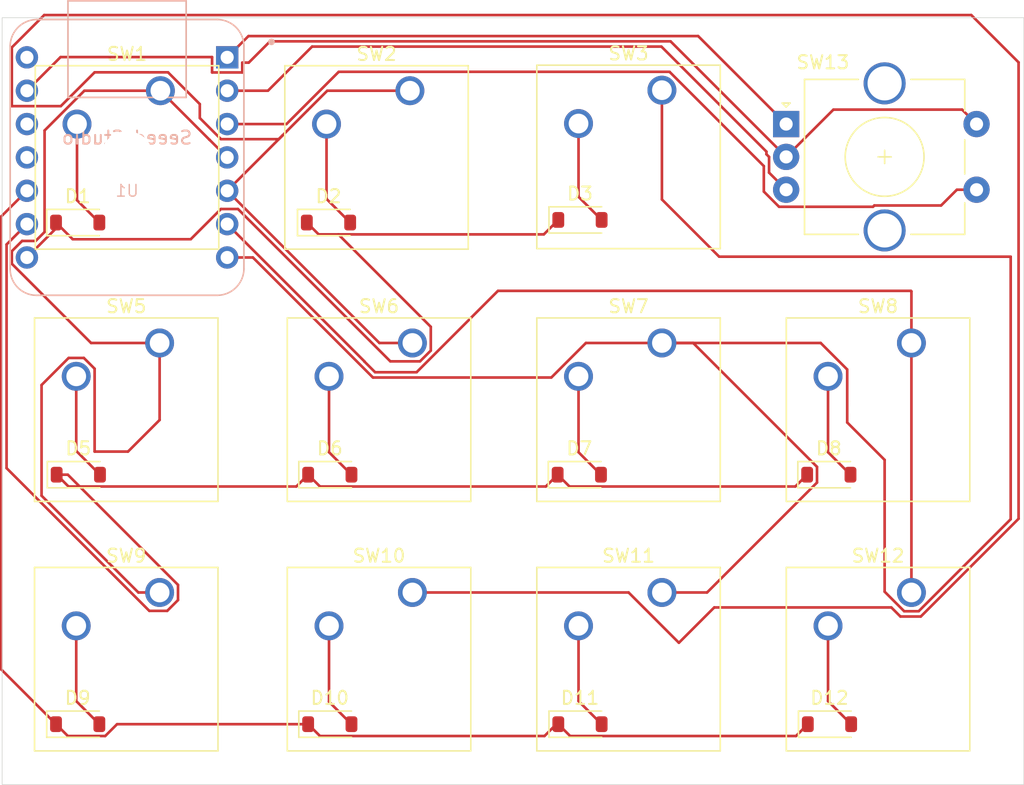
<source format=kicad_pcb>
(kicad_pcb (version 20240108) (generator "pcbnew") (generator_version "8.0")
  (layers (0 "F.Cu" signal) (31 "B.Cu" signal) (34 "B.Paste" user) (35 "F.Paste" user) (36 "B.SilkS" user "B.Silkscreen") (37 "F.SilkS" user "F.Silkscreen") (38 "B.Mask" user) (39 "F.Mask" user) (44 "Edge.Cuts" user))
  (net 0 "")
  (net 1 "Net-(D1-A)")
  (net 2 "ROW 0")
  (net 3 "Net-(D2-A)")
  (net 4 "ROW 1")
  (net 5 "ROW 2")
  (net 6 "Net-(D11-A)")
  (net 7 "Net-(D12-A)")
  (net 10 "Net-(D3-A)")
  (net 11 "Net-(D5-A)")
  (net 12 "Net-(D6-A)")
  (net 13 "Net-(D7-A)")
  (net 14 "Net-(D8-A)")
  (net 15 "Net-(D9-A)")
  (net 16 "Net-(D10-A)")
  (net 17 "COL 0")
  (net 18 "COL 1")
  (net 19 "COL 2")
  (net 20 "COL 3")
  (net 21 "ROT B")
  (net 22 "GND")
  (net 23 "BTN")
  (net 24 "ROT A")
  (footprint "Diode_SMD:D_SOD-123" (layer "F.Cu") (at 57.55 54)
    (property "Reference" "D1" (at 0 -2 0) (layer "F.SilkS"))
    (property "Value" "D_Small")
    (fp_line (start -2.36 -1) (end -2.36 1) (stroke (width 0.12)) (layer "F.SilkS"))
    (fp_line (start -2.36 -1) (end 1.65 -1) (stroke (width 0.12)) (layer "F.SilkS"))
    (fp_line (start -2.36 1) (end 1.65 1) (stroke (width 0.12)) (layer "F.SilkS"))
    (pad "1" smd roundrect (at -1.65 0) (size 0.9 1.2) (layers "F.Cu" "F.Paste" "F.Mask") (net 2 "ROW 0"))
    (pad "2" smd roundrect (at 1.65 0) (size 0.9 1.2) (layers "F.Cu" "F.Paste" "F.Mask") (net 1 "Net-(D1-A)"))
  )
  (footprint "Diode_SMD:D_SOD-123" (layer "F.Cu") (at 95.8 92.2)
    (property "Reference" "D11" (at 0 -2 0) (layer "F.SilkS"))
    (property "Value" "D_Small")
    (fp_line (start -2.36 -1) (end -2.36 1) (stroke (width 0.12)) (layer "F.SilkS"))
    (fp_line (start -2.36 -1) (end 1.65 -1) (stroke (width 0.12)) (layer "F.SilkS"))
    (fp_line (start -2.36 1) (end 1.65 1) (stroke (width 0.12)) (layer "F.SilkS"))
    (pad "1" smd roundrect (at -1.65 0) (size 0.9 1.2) (layers "F.Cu" "F.Paste" "F.Mask") (net 5 "ROW 2"))
    (pad "2" smd roundrect (at 1.65 0) (size 0.9 1.2) (layers "F.Cu" "F.Paste" "F.Mask") (net 6 "Net-(D11-A)"))
  )
  (footprint "Rotary_Encoder:RotaryEncoder_Alps_EC11E-Switch_Vertical_H20mm_CircularMountingHoles" (layer "F.Cu") (at 111.5 46.5)
    (property "Reference" "SW13" (at 2.8 -4.7 0) (layer "F.SilkS"))
    (property "Value" "RotaryEncoder_Switch")
    (fp_line (start -0.3 -1.6) (end 0.3 -1.6) (stroke (width 0.12)) (layer "F.SilkS"))
    (fp_line (start 0 -1.3) (end -0.3 -1.6) (stroke (width 0.12)) (layer "F.SilkS"))
    (fp_line (start 0.3 -1.6) (end 0 -1.3) (stroke (width 0.12)) (layer "F.SilkS"))
    (fp_line (start 1.4 -3.4) (end 1.4 8.4) (stroke (width 0.12)) (layer "F.SilkS"))
    (fp_line (start 5.5 -3.4) (end 1.4 -3.4) (stroke (width 0.12)) (layer "F.SilkS"))
    (fp_line (start 5.5 8.4) (end 1.4 8.4) (stroke (width 0.12)) (layer "F.SilkS"))
    (fp_line (start 7 2.5) (end 8 2.5) (stroke (width 0.12)) (layer "F.SilkS"))
    (fp_line (start 7.5 2) (end 7.5 3) (stroke (width 0.12)) (layer "F.SilkS"))
    (fp_line (start 9.5 -3.4) (end 13.6 -3.4) (stroke (width 0.12)) (layer "F.SilkS"))
    (fp_line (start 13.6 -3.4) (end 13.6 -1) (stroke (width 0.12)) (layer "F.SilkS"))
    (fp_line (start 13.6 1.2) (end 13.6 3.8) (stroke (width 0.12)) (layer "F.SilkS"))
    (fp_line (start 13.6 6) (end 13.6 8.4) (stroke (width 0.12)) (layer "F.SilkS"))
    (fp_line (start 13.6 8.4) (end 9.5 8.4) (stroke (width 0.12)) (layer "F.SilkS"))
    (fp_circle (center 7.5 2.5) (end 10.5 2.5) (stroke (width 0.12)) (fill none) (layer "F.SilkS"))
    (pad "A" thru_hole rect (at 0 0) (size 2 2) (drill 1) (layers "*.Cu" "*.Mask") (net 24 "ROT A"))
    (pad "B" thru_hole circle (at 0 5) (size 2 2) (drill 1) (layers "*.Cu" "*.Mask") (net 21 "ROT B"))
    (pad "C" thru_hole circle (at 0 2.5) (size 2 2) (drill 1) (layers "*.Cu" "*.Mask") (net 22 "GND"))
    (pad "MP" thru_hole circle (at 7.5 -3.1) (size 3.2 3.2) (drill 2.6) (layers "*.Cu" "*.Mask"))
    (pad "MP" thru_hole circle (at 7.5 8.1) (size 3.2 3.2) (drill 2.6) (layers "*.Cu" "*.Mask"))
    (pad "S1" thru_hole circle (at 14.5 5) (size 2 2) (drill 1) (layers "*.Cu" "*.Mask") (net 23 "BTN"))
    (pad "S2" thru_hole circle (at 14.5 0) (size 2 2) (drill 1) (layers "*.Cu" "*.Mask") (net 22 "GND"))
  )
  (footprint "Button_Switch_Keyboard:SW_Cherry_MX_1.00u_PCB" (layer "F.Cu") (at 121.04 82.17)
    (property "Reference" "SW12" (at -2.54 -2.794 0) (layer "F.SilkS"))
    (property "Value" "SW_Push_45deg")
    (fp_line (start -9.525 -1.905) (end 4.445 -1.905) (stroke (width 0.12)) (layer "F.SilkS"))
    (fp_line (start -9.525 12.065) (end -9.525 -1.905) (stroke (width 0.12)) (layer "F.SilkS"))
    (fp_line (start 4.445 -1.905) (end 4.445 12.065) (stroke (width 0.12)) (layer "F.SilkS"))
    (fp_line (start 4.445 12.065) (end -9.525 12.065) (stroke (width 0.12)) (layer "F.SilkS"))
    (pad "" np_thru_hole circle (at -7.62 5.08) (size 1.7 1.7) (drill 1.7) (layers "*.Cu" "*.Mask"))
    (pad "" np_thru_hole circle (at -2.54 5.08) (size 4 4) (drill 4) (layers "*.Cu" "*.Mask"))
    (pad "" np_thru_hole circle (at 2.54 5.08) (size 1.7 1.7) (drill 1.7) (layers "*.Cu" "*.Mask"))
    (pad "1" thru_hole circle (at 0 0) (size 2.2 2.2) (drill 1.5) (layers "*.Cu" "*.Mask") (net 20 "COL 3"))
    (pad "2" thru_hole circle (at -6.35 2.54) (size 2.2 2.2) (drill 1.5) (layers "*.Cu" "*.Mask") (net 7 "Net-(D12-A)"))
  )
  (footprint "Diode_SMD:D_SOD-123" (layer "F.Cu") (at 76.65 54)
    (property "Reference" "D2" (at 0 -2 0) (layer "F.SilkS"))
    (property "Value" "D_Small")
    (fp_line (start -2.36 -1) (end -2.36 1) (stroke (width 0.12)) (layer "F.SilkS"))
    (fp_line (start -2.36 -1) (end 1.65 -1) (stroke (width 0.12)) (layer "F.SilkS"))
    (fp_line (start -2.36 1) (end 1.65 1) (stroke (width 0.12)) (layer "F.SilkS"))
    (pad "1" smd roundrect (at -1.65 0) (size 0.9 1.2) (layers "F.Cu" "F.Paste" "F.Mask") (net 2 "ROW 0"))
    (pad "2" smd roundrect (at 1.65 0) (size 0.9 1.2) (layers "F.Cu" "F.Paste" "F.Mask") (net 3 "Net-(D2-A)"))
  )
  (footprint "Diode_SMD:D_SOD-123" (layer "F.Cu") (at 76.75 73.2)
    (property "Reference" "D6" (at 0 -2 0) (layer "F.SilkS"))
    (property "Value" "D_Small")
    (fp_line (start -2.36 -1) (end -2.36 1) (stroke (width 0.12)) (layer "F.SilkS"))
    (fp_line (start -2.36 -1) (end 1.65 -1) (stroke (width 0.12)) (layer "F.SilkS"))
    (fp_line (start -2.36 1) (end 1.65 1) (stroke (width 0.12)) (layer "F.SilkS"))
    (pad "1" smd roundrect (at -1.65 0) (size 0.9 1.2) (layers "F.Cu" "F.Paste" "F.Mask") (net 4 "ROW 1"))
    (pad "2" smd roundrect (at 1.65 0) (size 0.9 1.2) (layers "F.Cu" "F.Paste" "F.Mask") (net 12 "Net-(D6-A)"))
  )
  (footprint "Button_Switch_Keyboard:SW_Cherry_MX_1.00u_PCB" (layer "F.Cu") (at 82.85 43.96)
    (property "Reference" "SW2" (at -2.54 -2.794 0) (layer "F.SilkS"))
    (property "Value" "SW_Push_45deg")
    (fp_line (start -9.525 -1.905) (end 4.445 -1.905) (stroke (width 0.12)) (layer "F.SilkS"))
    (fp_line (start -9.525 12.065) (end -9.525 -1.905) (stroke (width 0.12)) (layer "F.SilkS"))
    (fp_line (start 4.445 -1.905) (end 4.445 12.065) (stroke (width 0.12)) (layer "F.SilkS"))
    (fp_line (start 4.445 12.065) (end -9.525 12.065) (stroke (width 0.12)) (layer "F.SilkS"))
    (pad "" np_thru_hole circle (at -7.62 5.08) (size 1.7 1.7) (drill 1.7) (layers "*.Cu" "*.Mask"))
    (pad "" np_thru_hole circle (at -2.54 5.08) (size 4 4) (drill 4) (layers "*.Cu" "*.Mask"))
    (pad "" np_thru_hole circle (at 2.54 5.08) (size 1.7 1.7) (drill 1.7) (layers "*.Cu" "*.Mask"))
    (pad "1" thru_hole circle (at 0 0) (size 2.2 2.2) (drill 1.5) (layers "*.Cu" "*.Mask") (net 18 "COL 1"))
    (pad "2" thru_hole circle (at -6.35 2.54) (size 2.2 2.2) (drill 1.5) (layers "*.Cu" "*.Mask") (net 3 "Net-(D2-A)"))
  )
  (footprint "Diode_SMD:D_SOD-123" (layer "F.Cu") (at 76.75 92.2)
    (property "Reference" "D10" (at 0 -2 0) (layer "F.SilkS"))
    (property "Value" "D_Small")
    (fp_line (start -2.36 -1) (end -2.36 1) (stroke (width 0.12)) (layer "F.SilkS"))
    (fp_line (start -2.36 -1) (end 1.65 -1) (stroke (width 0.12)) (layer "F.SilkS"))
    (fp_line (start -2.36 1) (end 1.65 1) (stroke (width 0.12)) (layer "F.SilkS"))
    (pad "1" smd roundrect (at -1.65 0) (size 0.9 1.2) (layers "F.Cu" "F.Paste" "F.Mask") (net 5 "ROW 2"))
    (pad "2" smd roundrect (at 1.65 0) (size 0.9 1.2) (layers "F.Cu" "F.Paste" "F.Mask") (net 16 "Net-(D10-A)"))
  )
  (footprint "Button_Switch_Keyboard:SW_Cherry_MX_1.00u_PCB" (layer "F.Cu") (at 83.04 82.17)
    (property "Reference" "SW10" (at -2.54 -2.794 0) (layer "F.SilkS"))
    (property "Value" "SW_Push_45deg")
    (fp_line (start -9.525 -1.905) (end 4.445 -1.905) (stroke (width 0.12)) (layer "F.SilkS"))
    (fp_line (start -9.525 12.065) (end -9.525 -1.905) (stroke (width 0.12)) (layer "F.SilkS"))
    (fp_line (start 4.445 -1.905) (end 4.445 12.065) (stroke (width 0.12)) (layer "F.SilkS"))
    (fp_line (start 4.445 12.065) (end -9.525 12.065) (stroke (width 0.12)) (layer "F.SilkS"))
    (pad "" np_thru_hole circle (at -7.62 5.08) (size 1.7 1.7) (drill 1.7) (layers "*.Cu" "*.Mask"))
    (pad "" np_thru_hole circle (at -2.54 5.08) (size 4 4) (drill 4) (layers "*.Cu" "*.Mask"))
    (pad "" np_thru_hole circle (at 2.54 5.08) (size 1.7 1.7) (drill 1.7) (layers "*.Cu" "*.Mask"))
    (pad "1" thru_hole circle (at 0 0) (size 2.2 2.2) (drill 1.5) (layers "*.Cu" "*.Mask") (net 18 "COL 1"))
    (pad "2" thru_hole circle (at -6.35 2.54) (size 2.2 2.2) (drill 1.5) (layers "*.Cu" "*.Mask") (net 16 "Net-(D10-A)"))
  )
  (footprint "Diode_SMD:D_SOD-123" (layer "F.Cu") (at 95.8 53.8)
    (property "Reference" "D3" (at 0 -2 0) (layer "F.SilkS"))
    (property "Value" "D_Small")
    (fp_line (start -2.36 -1) (end -2.36 1) (stroke (width 0.12)) (layer "F.SilkS"))
    (fp_line (start -2.36 -1) (end 1.65 -1) (stroke (width 0.12)) (layer "F.SilkS"))
    (fp_line (start -2.36 1) (end 1.65 1) (stroke (width 0.12)) (layer "F.SilkS"))
    (pad "1" smd roundrect (at -1.65 0) (size 0.9 1.2) (layers "F.Cu" "F.Paste" "F.Mask") (net 2 "ROW 0"))
    (pad "2" smd roundrect (at 1.65 0) (size 0.9 1.2) (layers "F.Cu" "F.Paste" "F.Mask") (net 10 "Net-(D3-A)"))
  )
  (footprint "Diode_SMD:D_SOD-123" (layer "F.Cu") (at 57.6 73.2)
    (property "Reference" "D5" (at 0 -2 0) (layer "F.SilkS"))
    (property "Value" "D_Small")
    (fp_line (start -2.36 -1) (end -2.36 1) (stroke (width 0.12)) (layer "F.SilkS"))
    (fp_line (start -2.36 -1) (end 1.65 -1) (stroke (width 0.12)) (layer "F.SilkS"))
    (fp_line (start -2.36 1) (end 1.65 1) (stroke (width 0.12)) (layer "F.SilkS"))
    (pad "1" smd roundrect (at -1.65 0) (size 0.9 1.2) (layers "F.Cu" "F.Paste" "F.Mask") (net 4 "ROW 1"))
    (pad "2" smd roundrect (at 1.65 0) (size 0.9 1.2) (layers "F.Cu" "F.Paste" "F.Mask") (net 11 "Net-(D5-A)"))
  )
  (footprint "Button_Switch_Keyboard:SW_Cherry_MX_1.00u_PCB" (layer "F.Cu") (at 83.04 63.17)
    (property "Reference" "SW6" (at -2.54 -2.794 0) (layer "F.SilkS"))
    (property "Value" "SW_Push_45deg")
    (fp_line (start -9.525 -1.905) (end 4.445 -1.905) (stroke (width 0.12)) (layer "F.SilkS"))
    (fp_line (start -9.525 12.065) (end -9.525 -1.905) (stroke (width 0.12)) (layer "F.SilkS"))
    (fp_line (start 4.445 -1.905) (end 4.445 12.065) (stroke (width 0.12)) (layer "F.SilkS"))
    (fp_line (start 4.445 12.065) (end -9.525 12.065) (stroke (width 0.12)) (layer "F.SilkS"))
    (pad "" np_thru_hole circle (at -7.62 5.08) (size 1.7 1.7) (drill 1.7) (layers "*.Cu" "*.Mask"))
    (pad "" np_thru_hole circle (at -2.54 5.08) (size 4 4) (drill 4) (layers "*.Cu" "*.Mask"))
    (pad "" np_thru_hole circle (at 2.54 5.08) (size 1.7 1.7) (drill 1.7) (layers "*.Cu" "*.Mask"))
    (pad "1" thru_hole circle (at 0 0) (size 2.2 2.2) (drill 1.5) (layers "*.Cu" "*.Mask") (net 18 "COL 1"))
    (pad "2" thru_hole circle (at -6.35 2.54) (size 2.2 2.2) (drill 1.5) (layers "*.Cu" "*.Mask") (net 12 "Net-(D6-A)"))
  )
  (footprint "Button_Switch_Keyboard:SW_Cherry_MX_1.00u_PCB" (layer "F.Cu") (at 102.04 63.17)
    (property "Reference" "SW7" (at -2.54 -2.794 0) (layer "F.SilkS"))
    (property "Value" "SW_Push_45deg")
    (fp_line (start -9.525 -1.905) (end 4.445 -1.905) (stroke (width 0.12)) (layer "F.SilkS"))
    (fp_line (start -9.525 12.065) (end -9.525 -1.905) (stroke (width 0.12)) (layer "F.SilkS"))
    (fp_line (start 4.445 -1.905) (end 4.445 12.065) (stroke (width 0.12)) (layer "F.SilkS"))
    (fp_line (start 4.445 12.065) (end -9.525 12.065) (stroke (width 0.12)) (layer "F.SilkS"))
    (pad "" np_thru_hole circle (at -7.62 5.08) (size 1.7 1.7) (drill 1.7) (layers "*.Cu" "*.Mask"))
    (pad "" np_thru_hole circle (at -2.54 5.08) (size 4 4) (drill 4) (layers "*.Cu" "*.Mask"))
    (pad "" np_thru_hole circle (at 2.54 5.08) (size 1.7 1.7) (drill 1.7) (layers "*.Cu" "*.Mask"))
    (pad "1" thru_hole circle (at 0 0) (size 2.2 2.2) (drill 1.5) (layers "*.Cu" "*.Mask") (net 19 "COL 2"))
    (pad "2" thru_hole circle (at -6.35 2.54) (size 2.2 2.2) (drill 1.5) (layers "*.Cu" "*.Mask") (net 13 "Net-(D7-A)"))
  )
  (footprint "Button_Switch_Keyboard:SW_Cherry_MX_1.00u_PCB" (layer "F.Cu") (at 121.04 63.17)
    (property "Reference" "SW8" (at -2.54 -2.794 0) (layer "F.SilkS"))
    (property "Value" "SW_Push_45deg")
    (fp_line (start -9.525 -1.905) (end 4.445 -1.905) (stroke (width 0.12)) (layer "F.SilkS"))
    (fp_line (start -9.525 12.065) (end -9.525 -1.905) (stroke (width 0.12)) (layer "F.SilkS"))
    (fp_line (start 4.445 -1.905) (end 4.445 12.065) (stroke (width 0.12)) (layer "F.SilkS"))
    (fp_line (start 4.445 12.065) (end -9.525 12.065) (stroke (width 0.12)) (layer "F.SilkS"))
    (pad "" np_thru_hole circle (at -7.62 5.08) (size 1.7 1.7) (drill 1.7) (layers "*.Cu" "*.Mask"))
    (pad "" np_thru_hole circle (at -2.54 5.08) (size 4 4) (drill 4) (layers "*.Cu" "*.Mask"))
    (pad "" np_thru_hole circle (at 2.54 5.08) (size 1.7 1.7) (drill 1.7) (layers "*.Cu" "*.Mask"))
    (pad "1" thru_hole circle (at 0 0) (size 2.2 2.2) (drill 1.5) (layers "*.Cu" "*.Mask") (net 20 "COL 3"))
    (pad "2" thru_hole circle (at -6.35 2.54) (size 2.2 2.2) (drill 1.5) (layers "*.Cu" "*.Mask") (net 14 "Net-(D8-A)"))
  )
  (footprint "Button_Switch_Keyboard:SW_Cherry_MX_1.00u_PCB" (layer "F.Cu") (at 102.04 82.17)
    (property "Reference" "SW11" (at -2.54 -2.794 0) (layer "F.SilkS"))
    (property "Value" "SW_Push_45deg")
    (fp_line (start -9.525 -1.905) (end 4.445 -1.905) (stroke (width 0.12)) (layer "F.SilkS"))
    (fp_line (start -9.525 12.065) (end -9.525 -1.905) (stroke (width 0.12)) (layer "F.SilkS"))
    (fp_line (start 4.445 -1.905) (end 4.445 12.065) (stroke (width 0.12)) (layer "F.SilkS"))
    (fp_line (start 4.445 12.065) (end -9.525 12.065) (stroke (width 0.12)) (layer "F.SilkS"))
    (pad "" np_thru_hole circle (at -7.62 5.08) (size 1.7 1.7) (drill 1.7) (layers "*.Cu" "*.Mask"))
    (pad "" np_thru_hole circle (at -2.54 5.08) (size 4 4) (drill 4) (layers "*.Cu" "*.Mask"))
    (pad "" np_thru_hole circle (at 2.54 5.08) (size 1.7 1.7) (drill 1.7) (layers "*.Cu" "*.Mask"))
    (pad "1" thru_hole circle (at 0 0) (size 2.2 2.2) (drill 1.5) (layers "*.Cu" "*.Mask") (net 19 "COL 2"))
    (pad "2" thru_hole circle (at -6.35 2.54) (size 2.2 2.2) (drill 1.5) (layers "*.Cu" "*.Mask") (net 6 "Net-(D11-A)"))
  )
  (footprint "Diode_SMD:D_SOD-123" (layer "F.Cu") (at 114.75 73.2)
    (property "Reference" "D8" (at 0 -2 0) (layer "F.SilkS"))
    (property "Value" "D_Small")
    (fp_line (start -2.36 -1) (end -2.36 1) (stroke (width 0.12)) (layer "F.SilkS"))
    (fp_line (start -2.36 -1) (end 1.65 -1) (stroke (width 0.12)) (layer "F.SilkS"))
    (fp_line (start -2.36 1) (end 1.65 1) (stroke (width 0.12)) (layer "F.SilkS"))
    (pad "1" smd roundrect (at -1.65 0) (size 0.9 1.2) (layers "F.Cu" "F.Paste" "F.Mask") (net 4 "ROW 1"))
    (pad "2" smd roundrect (at 1.65 0) (size 0.9 1.2) (layers "F.Cu" "F.Paste" "F.Mask") (net 14 "Net-(D8-A)"))
  )
  (footprint "Button_Switch_Keyboard:SW_Cherry_MX_1.00u_PCB" (layer "F.Cu") (at 102.04 43.92)
    (property "Reference" "SW3" (at -2.54 -2.794 0) (layer "F.SilkS"))
    (property "Value" "SW_Push_45deg")
    (fp_line (start -9.525 -1.905) (end 4.445 -1.905) (stroke (width 0.12)) (layer "F.SilkS"))
    (fp_line (start -9.525 12.065) (end -9.525 -1.905) (stroke (width 0.12)) (layer "F.SilkS"))
    (fp_line (start 4.445 -1.905) (end 4.445 12.065) (stroke (width 0.12)) (layer "F.SilkS"))
    (fp_line (start 4.445 12.065) (end -9.525 12.065) (stroke (width 0.12)) (layer "F.SilkS"))
    (pad "" np_thru_hole circle (at -7.62 5.08) (size 1.7 1.7) (drill 1.7) (layers "*.Cu" "*.Mask"))
    (pad "" np_thru_hole circle (at -2.54 5.08) (size 4 4) (drill 4) (layers "*.Cu" "*.Mask"))
    (pad "" np_thru_hole circle (at 2.54 5.08) (size 1.7 1.7) (drill 1.7) (layers "*.Cu" "*.Mask"))
    (pad "1" thru_hole circle (at 0 0) (size 2.2 2.2) (drill 1.5) (layers "*.Cu" "*.Mask") (net 19 "COL 2"))
    (pad "2" thru_hole circle (at -6.35 2.54) (size 2.2 2.2) (drill 1.5) (layers "*.Cu" "*.Mask") (net 10 "Net-(D3-A)"))
  )
  (footprint "Button_Switch_Keyboard:SW_Cherry_MX_1.00u_PCB" (layer "F.Cu") (at 63.85 43.96)
    (property "Reference" "SW1" (at -2.54 -2.794 0) (layer "F.SilkS"))
    (property "Value" "SW_Push_45deg")
    (fp_line (start -9.525 -1.905) (end 4.445 -1.905) (stroke (width 0.12)) (layer "F.SilkS"))
    (fp_line (start -9.525 12.065) (end -9.525 -1.905) (stroke (width 0.12)) (layer "F.SilkS"))
    (fp_line (start 4.445 -1.905) (end 4.445 12.065) (stroke (width 0.12)) (layer "F.SilkS"))
    (fp_line (start 4.445 12.065) (end -9.525 12.065) (stroke (width 0.12)) (layer "F.SilkS"))
    (pad "" np_thru_hole circle (at -7.62 5.08) (size 1.7 1.7) (drill 1.7) (layers "*.Cu" "*.Mask"))
    (pad "" np_thru_hole circle (at -2.54 5.08) (size 4 4) (drill 4) (layers "*.Cu" "*.Mask"))
    (pad "" np_thru_hole circle (at 2.54 5.08) (size 1.7 1.7) (drill 1.7) (layers "*.Cu" "*.Mask"))
    (pad "1" thru_hole circle (at 0 0) (size 2.2 2.2) (drill 1.5) (layers "*.Cu" "*.Mask") (net 17 "COL 0"))
    (pad "2" thru_hole circle (at -6.35 2.54) (size 2.2 2.2) (drill 1.5) (layers "*.Cu" "*.Mask") (net 1 "Net-(D1-A)"))
  )
  (footprint "Diode_SMD:D_SOD-123" (layer "F.Cu") (at 57.55 92.2)
    (property "Reference" "D9" (at 0 -2 0) (layer "F.SilkS"))
    (property "Value" "D_Small")
    (fp_line (start -2.36 -1) (end -2.36 1) (stroke (width 0.12)) (layer "F.SilkS"))
    (fp_line (start -2.36 -1) (end 1.65 -1) (stroke (width 0.12)) (layer "F.SilkS"))
    (fp_line (start -2.36 1) (end 1.65 1) (stroke (width 0.12)) (layer "F.SilkS"))
    (pad "1" smd roundrect (at -1.65 0) (size 0.9 1.2) (layers "F.Cu" "F.Paste" "F.Mask") (net 5 "ROW 2"))
    (pad "2" smd roundrect (at 1.65 0) (size 0.9 1.2) (layers "F.Cu" "F.Paste" "F.Mask") (net 15 "Net-(D9-A)"))
  )
  (footprint "Diode_SMD:D_SOD-123" (layer "F.Cu") (at 95.75 73.2)
    (property "Reference" "D7" (at 0 -2 0) (layer "F.SilkS"))
    (property "Value" "D_Small")
    (fp_line (start -2.36 -1) (end -2.36 1) (stroke (width 0.12)) (layer "F.SilkS"))
    (fp_line (start -2.36 -1) (end 1.65 -1) (stroke (width 0.12)) (layer "F.SilkS"))
    (fp_line (start -2.36 1) (end 1.65 1) (stroke (width 0.12)) (layer "F.SilkS"))
    (pad "1" smd roundrect (at -1.65 0) (size 0.9 1.2) (layers "F.Cu" "F.Paste" "F.Mask") (net 4 "ROW 1"))
    (pad "2" smd roundrect (at 1.65 0) (size 0.9 1.2) (layers "F.Cu" "F.Paste" "F.Mask") (net 13 "Net-(D7-A)"))
  )
  (footprint "Button_Switch_Keyboard:SW_Cherry_MX_1.00u_PCB" (layer "F.Cu") (at 63.79 82.17)
    (property "Reference" "SW9" (at -2.54 -2.794 0) (layer "F.SilkS"))
    (property "Value" "SW_Push_45deg")
    (fp_line (start -9.525 -1.905) (end 4.445 -1.905) (stroke (width 0.12)) (layer "F.SilkS"))
    (fp_line (start -9.525 12.065) (end -9.525 -1.905) (stroke (width 0.12)) (layer "F.SilkS"))
    (fp_line (start 4.445 -1.905) (end 4.445 12.065) (stroke (width 0.12)) (layer "F.SilkS"))
    (fp_line (start 4.445 12.065) (end -9.525 12.065) (stroke (width 0.12)) (layer "F.SilkS"))
    (pad "" np_thru_hole circle (at -7.62 5.08) (size 1.7 1.7) (drill 1.7) (layers "*.Cu" "*.Mask"))
    (pad "" np_thru_hole circle (at -2.54 5.08) (size 4 4) (drill 4) (layers "*.Cu" "*.Mask"))
    (pad "" np_thru_hole circle (at 2.54 5.08) (size 1.7 1.7) (drill 1.7) (layers "*.Cu" "*.Mask"))
    (pad "1" thru_hole circle (at 0 0) (size 2.2 2.2) (drill 1.5) (layers "*.Cu" "*.Mask") (net 17 "COL 0"))
    (pad "2" thru_hole circle (at -6.35 2.54) (size 2.2 2.2) (drill 1.5) (layers "*.Cu" "*.Mask") (net 15 "Net-(D9-A)"))
  )
  (footprint "Diode_SMD:D_SOD-123" (layer "F.Cu") (at 114.8 92.2)
    (property "Reference" "D12" (at 0 -2 0) (layer "F.SilkS"))
    (property "Value" "D_Small")
    (fp_line (start -2.36 -1) (end -2.36 1) (stroke (width 0.12)) (layer "F.SilkS"))
    (fp_line (start -2.36 -1) (end 1.65 -1) (stroke (width 0.12)) (layer "F.SilkS"))
    (fp_line (start -2.36 1) (end 1.65 1) (stroke (width 0.12)) (layer "F.SilkS"))
    (pad "1" smd roundrect (at -1.65 0) (size 0.9 1.2) (layers "F.Cu" "F.Paste" "F.Mask") (net 5 "ROW 2"))
    (pad "2" smd roundrect (at 1.65 0) (size 0.9 1.2) (layers "F.Cu" "F.Paste" "F.Mask") (net 7 "Net-(D12-A)"))
  )
  (footprint "Button_Switch_Keyboard:SW_Cherry_MX_1.00u_PCB" (layer "F.Cu") (at 63.79 63.17)
    (property "Reference" "SW5" (at -2.54 -2.794 0) (layer "F.SilkS"))
    (property "Value" "SW_Push_45deg")
    (fp_line (start -9.525 -1.905) (end 4.445 -1.905) (stroke (width 0.12)) (layer "F.SilkS"))
    (fp_line (start -9.525 12.065) (end -9.525 -1.905) (stroke (width 0.12)) (layer "F.SilkS"))
    (fp_line (start 4.445 -1.905) (end 4.445 12.065) (stroke (width 0.12)) (layer "F.SilkS"))
    (fp_line (start 4.445 12.065) (end -9.525 12.065) (stroke (width 0.12)) (layer "F.SilkS"))
    (pad "" np_thru_hole circle (at -7.62 5.08) (size 1.7 1.7) (drill 1.7) (layers "*.Cu" "*.Mask"))
    (pad "" np_thru_hole circle (at -2.54 5.08) (size 4 4) (drill 4) (layers "*.Cu" "*.Mask"))
    (pad "" np_thru_hole circle (at 2.54 5.08) (size 1.7 1.7) (drill 1.7) (layers "*.Cu" "*.Mask"))
    (pad "1" thru_hole circle (at 0 0) (size 2.2 2.2) (drill 1.5) (layers "*.Cu" "*.Mask") (net 17 "COL 0"))
    (pad "2" thru_hole circle (at -6.35 2.54) (size 2.2 2.2) (drill 1.5) (layers "*.Cu" "*.Mask") (net 11 "Net-(D5-A)"))
  )
  (footprint "Seeed Studio XIAO Series Library:XIAO-Generic-Thruhole-14P-2.54-21X17.8MM" (layer "B.Cu") (at 61.31 49.04 180)
    (property "Reference" "U1" (at 0 -2.54 0) (layer "B.SilkS") (effects (font (size 0.889 0.889) (thickness 0.1016)) (justify mirror)))
    (property "Value" "Seeed Studio XIAO SAMD21" (hide yes))
    (fp_line (start 8.9 8.5) (end 8.9 -8.5) (stroke (width 0.127)) (layer "B.SilkS"))
    (fp_line (start 6.9 -10.5) (end -6.9 -10.5) (stroke (width 0.127)) (layer "B.SilkS"))
    (fp_line (start 4.5 11.92403) (end -4.5 11.92403) (stroke (width 0.127)) (layer "B.SilkS"))
    (fp_line (start 4.5 4.57073) (end 4.5 11.92403) (stroke (width 0.127)) (layer "B.SilkS"))
    (fp_line (start -4.5 11.92403) (end -4.5 4.57073) (stroke (width 0.127)) (layer "B.SilkS"))
    (fp_line (start -4.5 4.57073) (end 4.5 4.57073) (stroke (width 0.127)) (layer "B.SilkS"))
    (fp_line (start -6.9 10.49909) (end 6.9 10.49909) (stroke (width 0.127)) (layer "B.SilkS"))
    (fp_line (start -8.9 -8.5) (end -8.9 8.5) (stroke (width 0.127)) (layer "B.SilkS"))
    (fp_arc (start 8.9 8.5) (mid 8.301492 9.901492) (end 6.9 10.5) (stroke (width 0.12)) (layer "B.SilkS"))
    (fp_arc (start 6.9 -10.5) (mid 8.314214 -9.914214) (end 8.9 -8.5) (stroke (width 0.12)) (layer "B.SilkS"))
    (fp_arc (start -6.9 10.5) (mid -8.301491 9.901491) (end -8.9 8.5) (stroke (width 0.12)) (layer "B.SilkS"))
    (fp_arc (start -8.9 -8.5) (mid -8.301423 -9.901423) (end -6.9 -10.5) (stroke (width 0.12)) (layer "B.SilkS"))
    (fp_circle (center -11 8.8) (end -11 9.054) (fill solid) (layer "B.SilkS"))
    (fp_poly (pts (xy -8.887715 8.561705) (xy -8.884667 8.610473) (xy -8.880603 8.659494)) (stroke (width 0.0254)) (fill none) (layer "B.SilkS"))
    (fp_poly (pts (xy 8.889492 -8.521574) (xy 8.887713 -8.57085) (xy 8.884665 -8.619618) (xy 8.880601 -8.668639) (xy 8.875268 -8.717407) (xy 8.868664 -8.766175) (xy 8.861044 -8.81469) (xy 8.852153 -8.86295) (xy 8.842248 -8.910955)) (stroke (width 0.0254)) (fill none) (layer "B.SilkS"))
    (fp_text user "Seeed Studio" (at 0 1.5 0) (layer "B.SilkS") (effects (justify mirror)))
    (fp_text user "XIAO" (at 0 -0.5 0) (layer "B.SilkS") (effects (justify mirror)))
    (pad "1" thru_hole rect (at -7.625 7.62 180) (size 1.7 1.7) (drill 1) (layers "*.Cu" "*.Mask") (net 24 "ROT A"))
    (pad "2" thru_hole circle (at -7.625 5.08 180) (size 1.7 1.7) (drill 1) (layers "*.Cu" "*.Mask") (net 21 "ROT B"))
    (pad "3" thru_hole circle (at -7.625 2.54 180) (size 1.7 1.7) (drill 1) (layers "*.Cu" "*.Mask") (net 23 "BTN"))
    (pad "4" thru_hole circle (at -7.625 0 180) (size 1.7 1.7) (drill 1) (layers "*.Cu" "*.Mask") (net 17 "COL 0"))
    (pad "5" thru_hole circle (at -7.625 -2.54 180) (size 1.7 1.7) (drill 1) (layers "*.Cu" "*.Mask") (net 18 "COL 1"))
    (pad "6" thru_hole circle (at -7.625 -5.08) (size 1.7 1.7) (drill 1) (layers "*.Cu" "*.Mask") (net 20 "COL 3"))
    (pad "7" thru_hole circle (at -7.625 -7.62 180) (size 1.7 1.7) (drill 1) (layers "*.Cu" "*.Mask") (net 19 "COL 2"))
    (pad "8" thru_hole circle (at 7.625 -7.62 180) (size 1.7 1.7) (drill 1) (layers "*.Cu" "*.Mask") (net 2 "ROW 0"))
    (pad "9" thru_hole circle (at 7.625 -5.08 180) (size 1.7 1.7) (drill 1) (layers "*.Cu" "*.Mask") (net 4 "ROW 1"))
    (pad "10" thru_hole circle (at 7.625 -2.54 180) (size 1.7 1.7) (drill 1) (layers "*.Cu" "*.Mask") (net 5 "ROW 2"))
    (pad "11" thru_hole circle (at 7.625 0 180) (size 1.7 1.7) (drill 1) (layers "*.Cu" "*.Mask"))
    (pad "12" thru_hole circle (at 7.625 2.54 180) (size 1.7 1.7) (drill 1) (layers "*.Cu" "*.Mask"))
    (pad "13" thru_hole circle (at 7.625 5.08 180) (size 1.7 1.7) (drill 1) (layers "*.Cu" "*.Mask") (net 22 "GND"))
    (pad "14" thru_hole circle (at 7.625 7.62 180) (size 1.7 1.7) (drill 1) (layers "*.Cu" "*.Mask"))
  )
  (gr_rect (start 51.8 38.4) (end 129.6 96.8) (stroke (width 0.05)) (fill none) (layer "Edge.Cuts"))
  (segment (start 57.5 52.3) (end 59.2 54) (width 0.2) (layer "F.Cu") (net 1))
  (segment (start 57.5 46.5) (end 57.5 52.3) (width 0.2) (layer "F.Cu") (net 1))
  (segment (start 93.05 54.9) (end 77.4 54.9) (width 0.2) (layer "F.Cu") (net 2))
  (segment (start 84.44 61.94) (end 77.4 54.9) (width 0.2) (layer "F.Cu") (net 2))
  (segment (start 57.17 55.27) (end 66.158654 55.27) (width 0.2) (layer "F.Cu") (net 2))
  (segment (start 55.9 54.445) (end 53.685 56.66) (width 0.2) (layer "F.Cu") (net 2))
  (segment (start 83.619899 64.57) (end 84.44 63.749899) (width 0.2) (layer "F.Cu") (net 2))
  (segment (start 69.759314 52.97) (end 81.359314 64.57) (width 0.2) (layer "F.Cu") (net 2))
  (segment (start 55.9 54) (end 55.9 54.445) (width 0.2) (layer "F.Cu") (net 2))
  (segment (start 84.44 63.749899) (end 84.44 61.94) (width 0.2) (layer "F.Cu") (net 2))
  (segment (start 77.4 54.9) (end 75.9 54.9) (width 0.2) (layer "F.Cu") (net 2))
  (segment (start 75.9 54.9) (end 75 54) (width 0.2) (layer "F.Cu") (net 2))
  (segment (start 66.158654 55.27) (end 68.458654 52.97) (width 0.2) (layer "F.Cu") (net 2))
  (segment (start 57.17 55.27) (end 55.9 54) (width 0.2) (layer "F.Cu") (net 2))
  (segment (start 94.15 53.8) (end 93.05 54.9) (width 0.2) (layer "F.Cu") (net 2))
  (segment (start 68.458654 52.97) (end 69.759314 52.97) (width 0.2) (layer "F.Cu") (net 2))
  (segment (start 81.359314 64.57) (end 83.619899 64.57) (width 0.2) (layer "F.Cu") (net 2))
  (segment (start 76.5 46.5) (end 76.5 52.2) (width 0.2) (layer "F.Cu") (net 3))
  (segment (start 76.5 52.2) (end 78.3 54) (width 0.2) (layer "F.Cu") (net 3))
  (segment (start 63.004314 83.57) (end 52.135 72.700686) (width 0.2) (layer "F.Cu") (net 4))
  (segment (start 93.2 74.1) (end 94.1 73.2) (width 0.2) (layer "F.Cu") (net 4))
  (segment (start 75.1 73.2) (end 76 74.1) (width 0.2) (layer "F.Cu") (net 4))
  (segment (start 95 74.1) (end 94.1 73.2) (width 0.2) (layer "F.Cu") (net 4))
  (segment (start 52.135 55.67) (end 53.685 54.12) (width 0.2) (layer "F.Cu") (net 4))
  (segment (start 76 74.1) (end 93.2 74.1) (width 0.2) (layer "F.Cu") (net 4))
  (segment (start 56.799899 73.2) (end 65.19 81.590101) (width 0.2) (layer "F.Cu") (net 4))
  (segment (start 65.19 81.590101) (end 65.19 82.749899) (width 0.2) (layer "F.Cu") (net 4))
  (segment (start 74.2 74.1) (end 75.1 73.2) (width 0.2) (layer "F.Cu") (net 4))
  (segment (start 55.95 73.2) (end 56.799899 73.2) (width 0.2) (layer "F.Cu") (net 4))
  (segment (start 55.95 73.2) (end 56.85 74.1) (width 0.2) (layer "F.Cu") (net 4))
  (segment (start 52.135 72.700686) (end 52.135 55.67) (width 0.2) (layer "F.Cu") (net 4))
  (segment (start 113.1 73.2) (end 112.2 74.1) (width 0.2) (layer "F.Cu") (net 4))
  (segment (start 112.2 74.1) (end 95 74.1) (width 0.2) (layer "F.Cu") (net 4))
  (segment (start 65.19 82.749899) (end 64.369899 83.57) (width 0.2) (layer "F.Cu") (net 4))
  (segment (start 64.369899 83.57) (end 63.004314 83.57) (width 0.2) (layer "F.Cu") (net 4))
  (segment (start 56.85 74.1) (end 74.2 74.1) (width 0.2) (layer "F.Cu") (net 4))
  (segment (start 51.735 53.53) (end 53.685 51.58) (width 0.2) (layer "F.Cu") (net 5))
  (segment (start 113.15 92.2) (end 112.25 93.1) (width 0.2) (layer "F.Cu") (net 5))
  (segment (start 112.25 93.1) (end 95.05 93.1) (width 0.2) (layer "F.Cu") (net 5))
  (segment (start 55.9 92.2) (end 51.735 88.035) (width 0.2) (layer "F.Cu") (net 5))
  (segment (start 59.648696 93.1) (end 56.8 93.1) (width 0.2) (layer "F.Cu") (net 5))
  (segment (start 94 92.2) (end 93.1 93.1) (width 0.2) (layer "F.Cu") (net 5))
  (segment (start 95.05 93.1) (end 94.15 92.2) (width 0.2) (layer "F.Cu") (net 5))
  (segment (start 76 93.1) (end 75.1 92.2) (width 0.2) (layer "F.Cu") (net 5))
  (segment (start 93.1 93.1) (end 76 93.1) (width 0.2) (layer "F.Cu") (net 5))
  (segment (start 75.1 92.2) (end 60.548696 92.2) (width 0.2) (layer "F.Cu") (net 5))
  (segment (start 51.735 88.035) (end 51.735 53.53) (width 0.2) (layer "F.Cu") (net 5))
  (segment (start 56.8 93.1) (end 55.9 92.2) (width 0.2) (layer "F.Cu") (net 5))
  (segment (start 60.548696 92.2) (end 59.648696 93.1) (width 0.2) (layer "F.Cu") (net 5))
  (segment (start 94.15 92.2) (end 94 92.2) (width 0.2) (layer "F.Cu") (net 5))
  (segment (start 95.69 90.44) (end 97.45 92.2) (width 0.2) (layer "F.Cu") (net 6))
  (segment (start 95.69 84.71) (end 95.69 90.44) (width 0.2) (layer "F.Cu") (net 6))
  (segment (start 114.69 84.71) (end 114.69 90.44) (width 0.2) (layer "F.Cu") (net 7))
  (segment (start 114.69 90.44) (end 116.45 92.2) (width 0.2) (layer "F.Cu") (net 7))
  (segment (start 95.69 52.04) (end 97.45 53.8) (width 0.2) (layer "F.Cu") (net 10))
  (segment (start 95.69 46.46) (end 95.69 52.04) (width 0.2) (layer "F.Cu") (net 10))
  (segment (start 57.44 71.39) (end 59.25 73.2) (width 0.2) (layer "F.Cu") (net 11))
  (segment (start 57.44 65.71) (end 57.44 71.39) (width 0.2) (layer "F.Cu") (net 11))
  (segment (start 76.69 71.49) (end 78.4 73.2) (width 0.2) (layer "F.Cu") (net 12))
  (segment (start 76.69 65.71) (end 76.69 71.49) (width 0.2) (layer "F.Cu") (net 12))
  (segment (start 95.69 65.71) (end 95.69 71.49) (width 0.2) (layer "F.Cu") (net 13))
  (segment (start 95.69 71.49) (end 97.4 73.2) (width 0.2) (layer "F.Cu") (net 13))
  (segment (start 114.69 71.49) (end 116.4 73.2) (width 0.2) (layer "F.Cu") (net 14))
  (segment (start 114.69 65.71) (end 114.69 71.49) (width 0.2) (layer "F.Cu") (net 14))
  (segment (start 57.44 90.44) (end 59.2 92.2) (width 0.2) (layer "F.Cu") (net 15))
  (segment (start 57.44 84.71) (end 57.44 90.44) (width 0.2) (layer "F.Cu") (net 15))
  (segment (start 76.69 90.49) (end 78.4 92.2) (width 0.2) (layer "F.Cu") (net 16))
  (segment (start 76.69 84.71) (end 76.69 90.49) (width 0.2) (layer "F.Cu") (net 16))
  (segment (start 61.382098 71.441304) (end 58.84 71.441304) (width 0.2) (layer "F.Cu") (net 17))
  (segment (start 58.060101 43.96) (end 63.85 43.96) (width 0.2) (layer "F.Cu") (net 17))
  (segment (start 63.79 69.033402) (end 61.382098 71.441304) (width 0.2) (layer "F.Cu") (net 17))
  (segment (start 58.568654 63.17) (end 52.535 57.136346) (width 0.2) (layer "F.Cu") (net 17))
  (segment (start 58.84 65.130101) (end 58.019899 64.31) (width 0.2) (layer "F.Cu") (net 17))
  (segment (start 62.17 82.17) (end 63.79 82.17) (width 0.2) (layer "F.Cu") (net 17))
  (segment (start 54.348696 55.4) (end 55.03 54.718696) (width 0.2) (layer "F.Cu") (net 17))
  (segment (start 56.860101 64.31) (end 54.8 66.370101) (width 0.2) (layer "F.Cu") (net 17))
  (segment (start 55.03 46.990101) (end 58.060101 43.96) (width 0.2) (layer "F.Cu") (net 17))
  (segment (start 55.03 54.718696) (end 55.03 46.990101) (width 0.2) (layer "F.Cu") (net 17))
  (segment (start 54.8 66.370101) (end 54.8 74.8) (width 0.2) (layer "F.Cu") (net 17))
  (segment (start 63.85 43.96) (end 67.59 47.7) (width 0.2) (layer "F.Cu") (net 17))
  (segment (start 58.019899 64.31) (end 56.860101 64.31) (width 0.2) (layer "F.Cu") (net 17))
  (segment (start 67.595 47.7) (end 68.935 49.04) (width 0.2) (layer "F.Cu") (net 17))
  (segment (start 54.8 74.8) (end 62.17 82.17) (width 0.2) (layer "F.Cu") (net 17))
  (segment (start 52.535 57.136346) (end 52.535 56.183654) (width 0.2) (layer "F.Cu") (net 17))
  (segment (start 53.318654 55.4) (end 54.348696 55.4) (width 0.2) (layer "F.Cu") (net 17))
  (segment (start 63.79 63.17) (end 58.568654 63.17) (width 0.2) (layer "F.Cu") (net 17))
  (segment (start 52.535 56.183654) (end 53.318654 55.4) (width 0.2) (layer "F.Cu") (net 17))
  (segment (start 67.59 47.7) (end 67.595 47.7) (width 0.2) (layer "F.Cu") (net 17))
  (segment (start 63.79 63.17) (end 63.79 69.033402) (width 0.2) (layer "F.Cu") (net 17))
  (segment (start 58.84 71.441304) (end 58.84 65.130101) (width 0.2) (layer "F.Cu") (net 17))
  (segment (start 76.555 43.96) (end 75.0575 45.4575) (width 0.2) (layer "F.Cu") (net 18))
  (segment (start 58.84 42.56) (end 64.429899 42.56) (width 0.2) (layer "F.Cu") (net 18))
  (segment (start 66.85 44.980101) (end 66.85 46.041346) (width 0.2) (layer "F.Cu") (net 18))
  (segment (start 99.502944 82.17) (end 103.332944 86) (width 0.2) (layer "F.Cu") (net 18))
  (segment (start 83.04 82.17) (end 99.502944 82.17) (width 0.2) (layer "F.Cu") (net 18))
  (segment (start 82.85 43.96) (end 76.555 43.96) (width 0.2) (layer "F.Cu") (net 18))
  (segment (start 75.0575 45.4575) (end 73.1575 47.3575) (width 0.2) (layer "F.Cu") (net 18))
  (segment (start 129.2 41.8) (end 125.6 38.2) (width 0.2) (layer "F.Cu") (net 18))
  (segment (start 52.535 45.135) (end 56.265 45.135) (width 0.2) (layer "F.Cu") (net 18))
  (segment (start 125.6 38.2) (end 55 38.2) (width 0.2) (layer "F.Cu") (net 18))
  (segment (start 103.332944 86) (end 106.022944 83.31) (width 0.2) (layer "F.Cu") (net 18))
  (segment (start 129.2 76.555585) (end 129.2 41.8) (width 0.2) (layer "F.Cu") (net 18))
  (segment (start 52.535 40.665) (end 52.535 45.135) (width 0.2) (layer "F.Cu") (net 18))
  (segment (start 106.022944 83.31) (end 119.51 83.31) (width 0.2) (layer "F.Cu") (net 18))
  (segment (start 72.865 47.65) (end 73.1575 47.3575) (width 0.2) (layer "F.Cu") (net 18))
  (segment (start 64.429899 42.56) (end 66.85 44.980101) (width 0.2) (layer "F.Cu") (net 18))
  (segment (start 68.458654 47.65) (end 72.865 47.65) (width 0.2) (layer "F.Cu") (net 18))
  (segment (start 121.755585 84) (end 129.2 76.555585) (width 0.2) (layer "F.Cu") (net 18))
  (segment (start 56.265 45.135) (end 58.84 42.56) (width 0.2) (layer "F.Cu") (net 18))
  (segment (start 80.525 63.17) (end 83.04 63.17) (width 0.2) (layer "F.Cu") (net 18))
  (segment (start 66.85 46.041346) (end 68.458654 47.65) (width 0.2) (layer "F.Cu") (net 18))
  (segment (start 120.2 84) (end 121.755585 84) (width 0.2) (layer "F.Cu") (net 18))
  (segment (start 119.51 83.31) (end 120.2 84) (width 0.2) (layer "F.Cu") (net 18))
  (segment (start 55 38.2) (end 52.535 40.665) (width 0.2) (layer "F.Cu") (net 18))
  (segment (start 68.935 51.58) (end 80.525 63.17) (width 0.2) (layer "F.Cu") (net 18))
  (segment (start 73.1575 47.3575) (end 68.935 51.58) (width 0.2) (layer "F.Cu") (net 18))
  (segment (start 106.4 56.6) (end 102.04 52.24) (width 0.2) (layer "F.Cu") (net 19))
  (segment (start 113.85 73.798696) (end 113.85 72.601304) (width 0.2) (layer "F.Cu") (net 19))
  (segment (start 121.589899 83.6) (end 128.6 76.589899) (width 0.2) (layer "F.Cu") (net 19))
  (segment (start 102.04 63.17) (end 114.129899 63.17) (width 0.2) (layer "F.Cu") (net 19))
  (segment (start 68.935 56.66) (end 70.894314 56.66) (width 0.2) (layer "F.Cu") (net 19))
  (segment (start 119 82.109899) (end 120.490101 83.6) (width 0.2) (layer "F.Cu") (net 19))
  (segment (start 105.478696 82.17) (end 113.85 73.798696) (width 0.2) (layer "F.Cu") (net 19))
  (segment (start 102.04 52.24) (end 102.04 43.92) (width 0.2) (layer "F.Cu") (net 19))
  (segment (start 128.6 76.589899) (end 128.6 56.6) (width 0.2) (layer "F.Cu") (net 19))
  (segment (start 113.85 72.601304) (end 104.418696 63.17) (width 0.2) (layer "F.Cu") (net 19))
  (segment (start 120.490101 83.6) (end 121.589899 83.6) (width 0.2) (layer "F.Cu") (net 19))
  (segment (start 104.418696 63.17) (end 102.04 63.17) (width 0.2) (layer "F.Cu") (net 19))
  (segment (start 102.04 82.17) (end 105.478696 82.17) (width 0.2) (layer "F.Cu") (net 19))
  (segment (start 128.6 56.6) (end 106.4 56.6) (width 0.2) (layer "F.Cu") (net 19))
  (segment (start 96.250101 63.17) (end 102.04 63.17) (width 0.2) (layer "F.Cu") (net 19))
  (segment (start 116.15 65.190101) (end 116.15 69.223402) (width 0.2) (layer "F.Cu") (net 19))
  (segment (start 80.034314 65.8) (end 93.620101 65.8) (width 0.2) (layer "F.Cu") (net 19))
  (segment (start 116.15 69.223402) (end 119 72.073402) (width 0.2) (layer "F.Cu") (net 19))
  (segment (start 114.129899 63.17) (end 116.15 65.190101) (width 0.2) (layer "F.Cu") (net 19))
  (segment (start 119 72.073402) (end 119 82.109899) (width 0.2) (layer "F.Cu") (net 19))
  (segment (start 93.620101 65.8) (end 96.250101 63.17) (width 0.2) (layer "F.Cu") (net 19))
  (segment (start 70.894314 56.66) (end 80.034314 65.8) (width 0.2) (layer "F.Cu") (net 19))
  (segment (start 89.555585 59.2) (end 121 59.2) (width 0.2) (layer "F.Cu") (net 20))
  (segment (start 121.04 59.24) (end 121.04 63.17) (width 0.2) (layer "F.Cu") (net 20))
  (segment (start 79.385 64.57) (end 79.385 64.585) (width 0.2) (layer "F.Cu") (net 20))
  (segment (start 80.2 65.4) (end 83.355585 65.4) (width 0.2) (layer "F.Cu") (net 20))
  (segment (start 121.04 82.17) (end 121.04 63.17) (width 0.2) (layer "F.Cu") (net 20))
  (segment (start 83.355585 65.4) (end 89.555585 59.2) (width 0.2) (layer "F.Cu") (net 20))
  (segment (start 68.935 54.12) (end 79.385 64.57) (width 0.2) (layer "F.Cu") (net 20))
  (segment (start 79.385 64.585) (end 80.2 65.4) (width 0.2) (layer "F.Cu") (net 20))
  (segment (start 121 59.2) (end 121.04 59.24) (width 0.2) (layer "F.Cu") (net 20))
  (segment (start 110 48.8) (end 110.2 49) (width 0.2) (layer "F.Cu") (net 21))
  (segment (start 102 40.6) (end 110 48.6) (width 0.2) (layer "F.Cu") (net 21))
  (segment (start 72.04 43.96) (end 75.4 40.6) (width 0.2) (layer "F.Cu") (net 21))
  (segment (start 75.4 40.6) (end 102 40.6) (width 0.2) (layer "F.Cu") (net 21))
  (segment (start 68.935 43.96) (end 72.04 43.96) (width 0.2) (layer "F.Cu") (net 21))
  (segment (start 110.2 50.2) (end 111.5 51.5) (width 0.2) (layer "F.Cu") (net 21))
  (segment (start 110.2 49) (end 110.2 50.2) (width 0.2) (layer "F.Cu") (net 21))
  (segment (start 110 48.6) (end 110 48.8) (width 0.2) (layer "F.Cu") (net 21))
  (segment (start 72.201346 40.2) (end 70.581346 41.82) (width 0.2) (layer "F.Cu") (net 22))
  (segment (start 70.085 42.57) (end 67.785 42.57) (width 0.2) (layer "F.Cu") (net 22))
  (segment (start 70.085 41.82) (end 70.085 42.57) (width 0.2) (layer "F.Cu") (net 22))
  (segment (start 67.785 41.4) (end 56.245 41.4) (width 0.2) (layer "F.Cu") (net 22))
  (segment (start 115.1 45.4) (end 124.9 45.4) (width 0.2) (layer "F.Cu") (net 22))
  (segment (start 111.5 49) (end 102.7 40.2) (width 0.2) (layer "F.Cu") (net 22))
  (segment (start 56.245 41.4) (end 53.685 43.96) (width 0.2) (layer "F.Cu") (net 22))
  (segment (start 124.9 45.4) (end 126 46.5) (width 0.2) (layer "F.Cu") (net 22))
  (segment (start 70.581346 41.82) (end 70.085 41.82) (width 0.2) (layer "F.Cu") (net 22))
  (segment (start 111.5 49) (end 115.1 45.4) (width 0.2) (layer "F.Cu") (net 22))
  (segment (start 67.785 42.57) (end 67.785 41.4) (width 0.2) (layer "F.Cu") (net 22))
  (segment (start 102.7 40.2) (end 72.201346 40.2) (width 0.2) (layer "F.Cu") (net 22))
  (segment (start 68.935 46.5) (end 73.449314 46.5) (width 0.2) (layer "F.Cu") (net 23))
  (segment (start 102.619899 42.52) (end 109.8 49.700101) (width 0.2) (layer "F.Cu") (net 23))
  (segment (start 118.212994 52.7) (end 123.3 52.7) (width 0.2) (layer "F.Cu") (net 23))
  (segment (start 109.8 51.638478) (end 110.961522 52.8) (width 0.2) (layer "F.Cu") (net 23))
  (segment (start 118.112994 52.8) (end 118.212994 52.7) (width 0.2) (layer "F.Cu") (net 23))
  (segment (start 77.429314 42.52) (end 102.619899 42.52) (width 0.2) (layer "F.Cu") (net 23))
  (segment (start 123.3 52.7) (end 124.5 51.5) (width 0.2) (layer "F.Cu") (net 23))
  (segment (start 110.961522 52.8) (end 118.112994 52.8) (width 0.2) (layer "F.Cu") (net 23))
  (segment (start 109.8 49.700101) (end 109.8 51.638478) (width 0.2) (layer "F.Cu") (net 23))
  (segment (start 73.449314 46.5) (end 77.429314 42.52) (width 0.2) (layer "F.Cu") (net 23))
  (segment (start 124.5 51.5) (end 126 51.5) (width 0.2) (layer "F.Cu") (net 23))
  (segment (start 70.555 39.8) (end 104.8 39.8) (width 0.2) (layer "F.Cu") (net 24))
  (segment (start 104.8 39.8) (end 111.5 46.5) (width 0.2) (layer "F.Cu") (net 24))
  (segment (start 68.935 41.42) (end 70.555 39.8) (width 0.2) (layer "F.Cu") (net 24))
)
</source>
